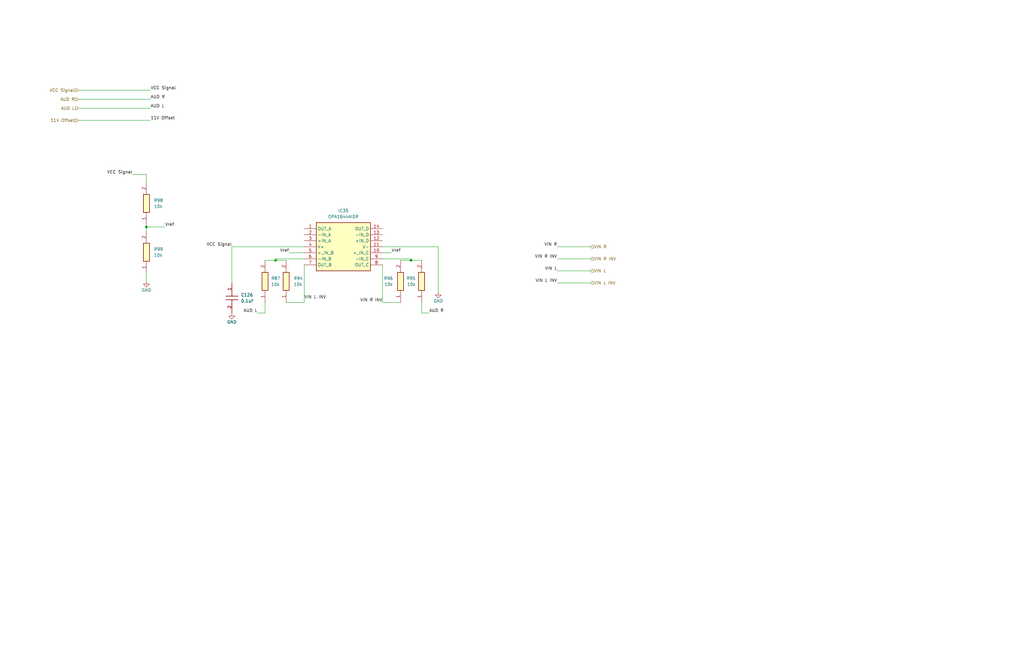
<source format=kicad_sch>
(kicad_sch (version 20230121) (generator eeschema)
  (paper "B")
  (lib_symbols
    (symbol "Audio System:CL21B104KACNNNC" (pin_names hide)
      (property "Reference" "C" (at 8.89 6.35 0))
      (property "Value" "CL21B104KACNNNC" (at 8.89 3.81 0))
      (symbol "CL21B104KACNNNC_1_1"
        (polyline (pts (xy 5.08 0) (xy 5.588 0)) (stroke (width 0.254)))
        (polyline (pts (xy 5.588 2.54) (xy 5.588 -2.54)) (stroke (width 0.254)))
        (polyline (pts (xy 7.112 0) (xy 7.62 0)) (stroke (width 0.254)))
        (polyline (pts (xy 7.112 2.54) (xy 7.112 -2.54)) (stroke (width 0.254)))
        (pin passive line (at 0 0 0) (length 5.08) (name "1") (number "1"))
        (pin passive line (at 12.7 0 180) (length 5.08) (name "2") (number "2"))
      )
    )
    (symbol "Audio System:ERA-6AEB103V" (pin_names hide)
      (property "Reference" "R" (at 13.97 6.35 0))
      (property "Value" "ERA-6AEB103V" (at 13.97 3.81 0))
      (symbol "ERA-6AEB103V_1_1"
        (rectangle (start 5.08 1.27) (end 12.7 -1.27) (stroke (width 0.254)) (fill (type background)))
        (pin passive line (at 0 0 0) (length 5.08) (name "1") (number "1"))
        (pin passive line (at 17.78 0 180) (length 5.08) (name "2") (number "2"))
      )
    )
    (symbol "Audio System:OPA1644AIDR"
      (property "Reference" "IC" (at 29.21 7.62 0))
      (property "Value" "OPA1644AIDR" (at 29.21 5.08 0))
      (symbol "OPA1644AIDR_1_1"
        (rectangle (start 5.08 2.54) (end 27.94 -17.78) (stroke (width 0.254)) (fill (type background)))
        (pin passive line (at 0 0 0) (length 5.08) (name "OUT_A") (number "1"))
        (pin passive line (at 33.02 -10.16 180) (length 5.08) (name "+_IN_C") (number "10"))
        (pin passive line (at 33.02 -7.62 180) (length 5.08) (name "V-") (number "11"))
        (pin passive line (at 33.02 -5.08 180) (length 5.08) (name "+IN_D") (number "12"))
        (pin passive line (at 33.02 -2.54 180) (length 5.08) (name "-IN_D") (number "13"))
        (pin passive line (at 33.02 0 180) (length 5.08) (name "OUT_D") (number "14"))
        (pin passive line (at 0 -2.54 0) (length 5.08) (name "-IN_A") (number "2"))
        (pin passive line (at 0 -5.08 0) (length 5.08) (name "+IN_A") (number "3"))
        (pin passive line (at 0 -7.62 0) (length 5.08) (name "V+") (number "4"))
        (pin passive line (at 0 -10.16 0) (length 5.08) (name "+_IN_B") (number "5"))
        (pin passive line (at 0 -12.7 0) (length 5.08) (name "-IN_B") (number "6"))
        (pin passive line (at 0 -15.24 0) (length 5.08) (name "OUT_B") (number "7"))
        (pin passive line (at 33.02 -15.24 180) (length 5.08) (name "OUT_C") (number "8"))
        (pin passive line (at 33.02 -12.7 180) (length 5.08) (name "-IN_C") (number "9"))
      )
    )
    (symbol "Audio System:RC0805FR-0710KL" (pin_names hide)
      (property "Reference" "R" (at 13.97 6.35 0))
      (property "Value" "RC0805FR-0710KL" (at 13.97 3.81 0))
      (symbol "RC0805FR-0710KL_1_1"
        (rectangle (start 5.08 1.27) (end 12.7 -1.27) (stroke (width 0.254)) (fill (type background)))
        (pin passive line (at 0 0 0) (length 5.08) (name "1") (number "1"))
        (pin passive line (at 17.78 0 180) (length 5.08) (name "2") (number "2"))
      )
    )
    (symbol "power:GND" (power) (pin_names (offset 0))
      (property "Value" "GND" (at 0 -3.81 0))
      (symbol "GND_0_1"
        (polyline (pts (xy 0 0) (xy 0 -1.27) (xy 1.27 -1.27) (xy 0 -2.54) (xy -1.27 -1.27) (xy 0 -1.27)))
      )
      (symbol "GND_1_1"
        (pin power_in line (at 0 0 270) (length 0) hide (name "GND") (number "1"))
      )
    )
  )
  (junction (at 116.205 109.855))
  (junction (at 61.722 95.758))
  (junction (at 173.355 109.855))
  (wire (pts (xy 61.722 115.316) (xy 61.722 118.618)))
  (wire (pts (xy 61.722 94.742) (xy 61.722 95.758)))
  (wire (pts (xy 128.27 127.635) (xy 120.65 127.635)))
  (wire (pts (xy 248.92 114.3) (xy 234.95 114.3)))
  (wire (pts (xy 108.585 132.08) (xy 111.76 132.08)))
  (wire (pts (xy 61.722 95.758) (xy 69.596 95.758)))
  (wire (pts (xy 234.95 119.38) (xy 248.92 119.38)))
  (wire (pts (xy 33.02 45.72) (xy 63.5 45.72)))
  (wire (pts (xy 111.76 109.855) (xy 116.205 109.855)))
  (wire (pts (xy 234.95 109.22) (xy 248.92 109.22)))
  (wire (pts (xy 111.76 127.635) (xy 111.76 132.08)))
  (wire (pts (xy 61.722 95.758) (xy 61.722 97.536)))
  (wire (pts (xy 128.27 104.14) (xy 97.79 104.14)))
  (wire (pts (xy 177.8 127.635) (xy 177.8 132.08)))
  (wire (pts (xy 184.785 104.14) (xy 184.785 123.19)))
  (wire (pts (xy 161.29 106.68) (xy 165.1 106.68)))
  (wire (pts (xy 128.27 109.22) (xy 116.205 109.22)))
  (wire (pts (xy 33.02 41.91) (xy 63.5 41.91)))
  (wire (pts (xy 116.205 109.22) (xy 116.205 109.855)))
  (wire (pts (xy 116.205 109.855) (xy 120.65 109.855)))
  (wire (pts (xy 161.29 104.14) (xy 184.785 104.14)))
  (wire (pts (xy 161.29 127.635) (xy 168.91 127.635)))
  (wire (pts (xy 128.27 111.76) (xy 128.27 127.635)))
  (wire (pts (xy 234.95 104.14) (xy 248.92 104.14)))
  (wire (pts (xy 61.722 76.962) (xy 61.722 73.66)))
  (wire (pts (xy 173.355 109.22) (xy 173.355 109.855)))
  (wire (pts (xy 180.975 132.08) (xy 177.8 132.08)))
  (wire (pts (xy 161.29 111.76) (xy 161.29 127.635)))
  (wire (pts (xy 161.29 109.22) (xy 173.355 109.22)))
  (wire (pts (xy 177.8 109.855) (xy 173.355 109.855)))
  (wire (pts (xy 173.355 109.855) (xy 168.91 109.855)))
  (wire (pts (xy 55.88 73.66) (xy 61.722 73.66)))
  (wire (pts (xy 121.92 106.68) (xy 128.27 106.68)))
  (wire (pts (xy 33.02 38.1) (xy 63.5 38.1)))
  (wire (pts (xy 33.02 50.8) (xy 63.5 50.8)))
  (wire (pts (xy 97.79 104.14) (xy 97.79 119.38)))
  (label "VIN R INV" (at 234.95 109.22 180))
  (label "VCC Signal" (at 63.5 38.1 0))
  (label "Vref" (at 165.1 106.68 0))
  (label "VCC Signal" (at 97.79 104.14 180))
  (label "AUD L" (at 63.5 45.72 0))
  (label "VIN L INV" (at 234.95 119.38 180))
  (label "VIN R" (at 234.95 104.14 180))
  (label "AUD L" (at 108.585 132.08 180))
  (label "VCC Signal" (at 55.88 73.66 180))
  (label "VIN R INV" (at 161.29 127.635 180))
  (label "VIN L INV" (at 128.27 126.365 0))
  (label "11V Offset" (at 63.5 50.8 0))
  (label "Vref" (at 69.596 95.758 0))
  (label "Vref" (at 121.92 106.68 180))
  (label "VIN L" (at 234.95 114.3 180))
  (label "AUD R" (at 180.975 132.08 0))
  (label "AUD R" (at 63.5 41.91 0))
  (hierarchical_label "AUD L" (shape input) (at 33.02 45.72 180))
  (hierarchical_label "VCC Signal" (shape input) (at 33.02 38.1 180))
  (hierarchical_label "AUD R" (shape input) (at 33.02 41.91 180))
  (hierarchical_label "VIN R" (shape input) (at 248.92 104.14 0))
  (hierarchical_label "VIN L" (shape input) (at 248.92 114.3 0))
  (hierarchical_label "VIN R INV" (shape input) (at 248.92 109.22 0))
  (hierarchical_label "VIN L INV" (shape input) (at 248.92 119.38 0))
  (hierarchical_label "11V Offset" (shape input) (at 33.02 50.8 180))
  (symbol (lib_id "Audio System:RC0805FR-0710KL") (at 177.8 127.635 270) (mirror x) (unit 1)
    (property "Reference" "R95" (at 175.26 117.475 90) (effects (justify right)))
    (property "Value" "10k" (at 175.26 120.015 90) (effects (justify right)))
    (property "Footprint" "RESC2012X60N" (effects hide))
    (property "Datasheet" "https://www.yageo.com/upload/media/product/productsearch/datasheet/rchip/PYu-RC_Group_51_RoHS_L_11.pdf" (effects hide))
    (property "Height" "0.6" (effects hide))
    (property "Manufacturer_Name" "YAGEO" (effects hide))
    (property "Manufacturer_Part_Number" "RC0805FR-0710KL" (effects hide))
    (property "Mouser Part Number" "603-RC0805FR-0710KL" (effects hide))
    (property "Mouser Price/Stock" "https://www.mouser.co.uk/ProductDetail/YAGEO/RC0805FR-0710KL?qs=7bY8808IzHq6vrU3BeiiYw%3D%3D" (effects hide))
    (property "Arrow Part Number" "RC0805FR-0710KL" (effects hide))
    (property "Arrow Price/Stock" "https://www.arrow.com/en/products/rc0805fr-0710kl/yageo?region=nac" (effects hide))
  )
  (symbol (lib_id "Audio System:OPA1644AIDR") (at 128.27 96.52 0) (unit 1)
    (property "Reference" "IC35" (at 144.78 88.9 0))
    (property "Value" "OPA1644AIDR" (at 144.78 91.44 0))
    (property "Footprint" "SOIC127P600X175-14N" (effects hide))
    (property "Datasheet" "http://componentsearchengine.com/Datasheets/1/OPA1644AIDR.pdf" (effects hide))
    (property "Height" "1.75" (effects hide))
    (property "Manufacturer_Name" "Texas Instruments" (effects hide))
    (property "Manufacturer_Part_Number" "OPA1644AIDR" (effects hide))
    (property "Mouser Part Number" "595-OPA1644AIDR" (effects hide))
    (property "Mouser Price/Stock" "https://www.mouser.co.uk/ProductDetail/Texas-Instruments/OPA1644AIDR?qs=%2Fqzd9s%252BcLd6xS3OL97VFEA%3D%3D" (effects hide))
    (property "Arrow Part Number" "OPA1644AIDR" (effects hide))
    (property "Arrow Price/Stock" "https://www.arrow.com/en/products/opa1644aidr/texas-instruments?region=nac" (effects hide))
  )
  (symbol (lib_id "Audio System:CL21B104KACNNNC") (at 97.79 119.38 270) (unit 1)
    (property "Reference" "C126" (at 101.6 124.46 90) (effects (justify left)))
    (property "Value" "0.1uF" (at 101.6 127 90) (effects (justify left)))
    (property "Footprint" "CAPC2012X95N" (effects hide))
    (property "Datasheet" "https://datasheet.datasheetarchive.com/originals/distributors/Datasheets_SAMA/d386d22b0a987b72828538897455b4c4.pdf" (effects hide))
    (property "Height" "0.95" (effects hide))
    (property "Manufacturer_Name" "SAMSUNG" (effects hide))
    (property "Manufacturer_Part_Number" "CL21B104KACNNNC" (effects hide))
    (property "Mouser Part Number" "187-CL21B104KACNNNC" (effects hide))
    (property "Mouser Price/Stock" "https://www.mouser.co.uk/ProductDetail/Samsung-Electro-Mechanics/CL21B104KACNNNC?qs=yOVawPpwOwnhB47kNbieFw%3D%3D" (effects hide))
    (property "Arrow Part Number" "CL21B104KACNNNC" (effects hide))
    (property "Arrow Price/Stock" "https://www.arrow.com/en/products/cl21b104kacnnnc/samsung-electro-mechanics?region=nac" (effects hide))
  )
  (symbol (lib_id "Audio System:RC0805FR-0710KL") (at 111.76 127.635 90) (unit 1)
    (property "Reference" "R87" (at 114.3 117.475 90) (effects (justify right)))
    (property "Value" "10k" (at 114.3 120.015 90) (effects (justify right)))
    (property "Footprint" "RESC2012X60N" (effects hide))
    (property "Datasheet" "https://www.yageo.com/upload/media/product/productsearch/datasheet/rchip/PYu-RC_Group_51_RoHS_L_11.pdf" (effects hide))
    (property "Height" "0.6" (effects hide))
    (property "Manufacturer_Name" "YAGEO" (effects hide))
    (property "Manufacturer_Part_Number" "RC0805FR-0710KL" (effects hide))
    (property "Mouser Part Number" "603-RC0805FR-0710KL" (effects hide))
    (property "Mouser Price/Stock" "https://www.mouser.co.uk/ProductDetail/YAGEO/RC0805FR-0710KL?qs=7bY8808IzHq6vrU3BeiiYw%3D%3D" (effects hide))
    (property "Arrow Part Number" "RC0805FR-0710KL" (effects hide))
    (property "Arrow Price/Stock" "https://www.arrow.com/en/products/rc0805fr-0710kl/yageo?region=nac" (effects hide))
  )
  (symbol (lib_id "Audio System:RC0805FR-0710KL") (at 168.91 127.635 270) (mirror x) (unit 1)
    (property "Reference" "R96" (at 165.735 117.475 90) (effects (justify right)))
    (property "Value" "10k" (at 165.735 120.015 90) (effects (justify right)))
    (property "Footprint" "RESC2012X60N" (effects hide))
    (property "Datasheet" "https://www.yageo.com/upload/media/product/productsearch/datasheet/rchip/PYu-RC_Group_51_RoHS_L_11.pdf" (effects hide))
    (property "Height" "0.6" (effects hide))
    (property "Manufacturer_Name" "YAGEO" (effects hide))
    (property "Manufacturer_Part_Number" "RC0805FR-0710KL" (effects hide))
    (property "Mouser Part Number" "603-RC0805FR-0710KL" (effects hide))
    (property "Mouser Price/Stock" "https://www.mouser.co.uk/ProductDetail/YAGEO/RC0805FR-0710KL?qs=7bY8808IzHq6vrU3BeiiYw%3D%3D" (effects hide))
    (property "Arrow Part Number" "RC0805FR-0710KL" (effects hide))
    (property "Arrow Price/Stock" "https://www.arrow.com/en/products/rc0805fr-0710kl/yageo?region=nac" (effects hide))
  )
  (symbol (lib_id "Audio System:ERA-6AEB103V") (at 61.722 115.316 90) (unit 1)
    (property "Reference" "R99" (at 64.897 105.156 90) (effects (justify right)))
    (property "Value" "10k" (at 64.897 107.696 90) (effects (justify right)))
    (property "Footprint" "ERA6AEB1020V" (effects hide))
    (property "Datasheet" "https://industrial.panasonic.com/cdbs/www-data/pdf/RDM0000/AOA0000C307.pdf" (effects hide))
    (property "Height" "0.6" (effects hide))
    (property "Manufacturer_Name" "Panasonic" (effects hide))
    (property "Manufacturer_Part_Number" "ERA-6AEB103V" (effects hide))
    (property "Mouser Part Number" "667-ERA-6AEB103V" (effects hide))
    (property "Mouser Price/Stock" "https://www.mouser.co.uk/ProductDetail/Panasonic/ERA-6AEB103V?qs=1VWA5LkbEaq074TWE8fpJw%3D%3D" (effects hide))
    (property "Arrow Part Number" "ERA-6AEB103V" (effects hide))
    (property "Arrow Price/Stock" "https://www.arrow.com/en/products/era6aeb103v/panasonic?region=nac" (effects hide))
  )
  (symbol (lib_id "Audio System:ERA-6AEB103V") (at 61.722 94.742 90) (unit 1)
    (property "Reference" "R98" (at 64.897 84.582 90) (effects (justify right)))
    (property "Value" "10k" (at 64.897 87.122 90) (effects (justify right)))
    (property "Footprint" "ERA6AEB1020V" (effects hide))
    (property "Datasheet" "https://industrial.panasonic.com/cdbs/www-data/pdf/RDM0000/AOA0000C307.pdf" (effects hide))
    (property "Height" "0.6" (effects hide))
    (property "Manufacturer_Name" "Panasonic" (effects hide))
    (property "Manufacturer_Part_Number" "ERA-6AEB103V" (effects hide))
    (property "Mouser Part Number" "667-ERA-6AEB103V" (effects hide))
    (property "Mouser Price/Stock" "https://www.mouser.co.uk/ProductDetail/Panasonic/ERA-6AEB103V?qs=1VWA5LkbEaq074TWE8fpJw%3D%3D" (effects hide))
    (property "Arrow Part Number" "ERA-6AEB103V" (effects hide))
    (property "Arrow Price/Stock" "https://www.arrow.com/en/products/era6aeb103v/panasonic?region=nac" (effects hide))
  )
  (symbol (lib_id "Audio System:RC0805FR-0710KL") (at 120.65 127.635 90) (unit 1)
    (property "Reference" "R94" (at 123.825 117.475 90) (effects (justify right)))
    (property "Value" "10k" (at 123.825 120.015 90) (effects (justify right)))
    (property "Footprint" "RESC2012X60N" (effects hide))
    (property "Datasheet" "https://www.yageo.com/upload/media/product/productsearch/datasheet/rchip/PYu-RC_Group_51_RoHS_L_11.pdf" (effects hide))
    (property "Height" "0.6" (effects hide))
    (property "Manufacturer_Name" "YAGEO" (effects hide))
    (property "Manufacturer_Part_Number" "RC0805FR-0710KL" (effects hide))
    (property "Mouser Part Number" "603-RC0805FR-0710KL" (effects hide))
    (property "Mouser Price/Stock" "https://www.mouser.co.uk/ProductDetail/YAGEO/RC0805FR-0710KL?qs=7bY8808IzHq6vrU3BeiiYw%3D%3D" (effects hide))
    (property "Arrow Part Number" "RC0805FR-0710KL" (effects hide))
    (property "Arrow Price/Stock" "https://www.arrow.com/en/products/rc0805fr-0710kl/yageo?region=nac" (effects hide))
  )
  (symbol (lib_id "power:GND") (at 97.79 132.08 0) (unit 1)
    (property "Reference" "#PWR0142" (effects hide))
    (property "Value" "GND" (at 97.79 135.89 0))
  )
  (symbol (lib_id "power:GND") (at 61.722 118.618 0) (unit 1)
    (property "Reference" "#PWR042" (effects hide))
    (property "Value" "GND" (at 61.722 122.428 0))
  )
  (symbol (lib_id "power:GND") (at 184.785 123.19 0) (unit 1)
    (property "Reference" "#PWR0143" (effects hide))
    (property "Value" "GND" (at 184.785 127 0))
  )
)
</source>
